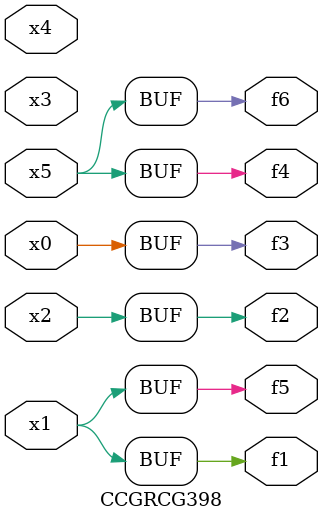
<source format=v>
module CCGRCG398(
	input x0, x1, x2, x3, x4, x5,
	output f1, f2, f3, f4, f5, f6
);
	assign f1 = x1;
	assign f2 = x2;
	assign f3 = x0;
	assign f4 = x5;
	assign f5 = x1;
	assign f6 = x5;
endmodule

</source>
